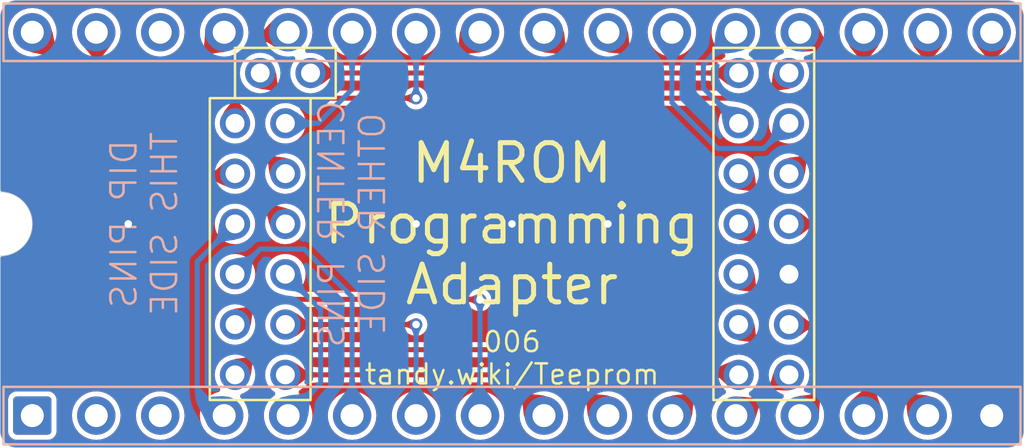
<source format=kicad_pcb>
(kicad_pcb (version 20221018) (generator pcbnew)
  (title_block (title "M4ROM_Programming_Adapter") (date "2023-12-30") (rev "006") (company "Brian White b.kenyon.w@gmail.com") (comment 1 "CC-BY-SA") (comment 2 "tandy.wiki/Teeprom"))
  (layers (0 "F.Cu" signal "Top") (31 "B.Cu" signal "Bottom") (34 "B.Paste" user) (35 "F.Paste" user) (36 "B.SilkS" user "B.Silkscreen") (37 "F.SilkS" user "F.Silkscreen") (38 "B.Mask" user) (39 "F.Mask" user) (44 "Edge.Cuts" user))
  (net 0 "")
  (net 1 "/D3")
  (net 2 "/A10")
  (net 3 "/D4")
  (net 4 "/A7")
  (net 5 "/D5")
  (net 6 "/A6")
  (net 7 "/D6")
  (net 8 "/A5")
  (net 9 "/D7")
  (net 10 "/A4")
  (net 11 "/A11")
  (net 12 "/A3")
  (net 13 "/~{OE}")
  (net 14 "/A2")
  (net 15 "/A13")
  (net 16 "/A1")
  (net 17 "/A0")
  (net 18 "/A12")
  (net 19 "/D0")
  (net 20 "/A9")
  (net 21 "/D1")
  (net 22 "/A8")
  (net 23 "/D2")
  (net 24 "/~{CE}")
  (net 25 "/A14")
  (net 26 "/~{WE}")
  (net 27 "VCC")
  (net 28 "GND")
  (footprint "000_LOCAL:4ROM_prog_male" (layer "F.Cu") (at 147.2184 99.187)
    (fp_text reference "J2" hide)
    (fp_text value "4ROM_prog_male")
    (fp_rect (start -12 7) (end -8 -5) (stroke (width 0.1)) (fill none) (layer "F.SilkS"))
    (fp_rect (start -11 -5) (end -7 -7) (stroke (width 0.1)) (fill none) (layer "F.SilkS"))
    (fp_rect (start 8 7) (end 12 -7) (stroke (width 0.1)) (fill none) (layer "F.SilkS"))
    (pad "1" thru_hole circle (at -8 -6) (size 1.2 1.2) (drill 0.75) (layers "*.Cu" "*.Mask") (net 11 "/A11"))
    (pad "2" thru_hole circle (at -10 -6) (size 1.2 1.2) (drill 0.75) (layers "*.Cu" "*.Mask") (net 20 "/A9"))
    (pad "3" thru_hole circle (at -9 -4) (size 1.2 1.2) (drill 0.75) (layers "*.Cu" "*.Mask") (net 22 "/A8"))
    (pad "4" thru_hole circle (at -11 -4) (size 1.2 1.2) (drill 0.75) (layers "*.Cu" "*.Mask") (net 15 "/A13"))
    (pad "5" thru_hole circle (at -9 -2) (size 1.2 1.2) (drill 0.75) (layers "*.Cu" "*.Mask") (net 25 "/A14"))
    (pad "6" thru_hole circle (at -11 -2) (size 1.2 1.2) (drill 0.75) (layers "*.Cu" "*.Mask") (net 26 "/~{WE}"))
    (pad "7" thru_hole circle (at -9 0) (size 1.2 1.2) (drill 0.75) (layers "*.Cu" "*.Mask") (net 27 "VCC"))
    (pad "8" thru_hole circle (at -11 0) (size 1.2 1.2) (drill 0.75) (layers "*.Cu" "*.Mask") (net 18 "/A12"))
    (pad "9" thru_hole circle (at -9 2) (size 1.2 1.2) (drill 0.75) (layers "*.Cu" "*.Mask") (net 4 "/A7"))
    (pad "10" thru_hole circle (at -11 2) (size 1.2 1.2) (drill 0.75) (layers "*.Cu" "*.Mask") (net 6 "/A6"))
    (pad "11" thru_hole circle (at -9 4) (size 1.2 1.2) (drill 0.75) (layers "*.Cu" "*.Mask") (net 8 "/A5"))
    (pad "12" thru_hole circle (at -11 4) (size 1.2 1.2) (drill 0.75) (layers "*.Cu" "*.Mask") (net 10 "/A4"))
    (pad "13" thru_hole circle (at -9 6) (size 1.2 1.2) (drill 0.75) (layers "*.Cu" "*.Mask") (net 12 "/A3"))
    (pad "14" thru_hole circle (at -11 6) (size 1.2 1.2) (drill 0.75) (layers "*.Cu" "*.Mask") (net 14 "/A2"))
    (pad "15" thru_hole circle (at 9 6) (size 1.2 1.2) (drill 0.75) (layers "*.Cu" "*.Mask") (net 16 "/A1"))
    (pad "16" thru_hole circle (at 11 6) (size 1.2 1.2) (drill 0.75) (layers "*.Cu" "*.Mask") (net 17 "/A0"))
    (pad "17" thru_hole circle (at 9 4) (size 1.2 1.2) (drill 0.75) (layers "*.Cu" "*.Mask") (net 19 "/D0"))
    (pad "18" thru_hole circle (at 11 4) (size 1.2 1.2) (drill 0.75) (layers "*.Cu" "*.Mask") (net 21 "/D1"))
    (pad "19" thru_hole circle (at 9 2) (size 1.2 1.2) (drill 0.75) (layers "*.Cu" "*.Mask") (net 23 "/D2"))
    (pad "20" thru_hole circle (at 11 2) (size 1.2 1.2) (drill 0.75) (layers "*.Cu" "*.Mask") (net 28 "GND"))
    (pad "21" thru_hole circle (at 9 0) (size 1.2 1.2) (drill 0.75) (layers "*.Cu" "*.Mask") (net 1 "/D3"))
    (pad "22" thru_hole circle (at 11 0) (size 1.2 1.2) (drill 0.75) (layers "*.Cu" "*.Mask") (net 3 "/D4"))
    (pad "23" thru_hole circle (at 9 -2) (size 1.2 1.2) (drill 0.75) (layers "*.Cu" "*.Mask") (net 5 "/D5"))
    (pad "24" thru_hole circle (at 11 -2) (size 1.2 1.2) (drill 0.75) (layers "*.Cu" "*.Mask") (net 7 "/D6"))
    (pad "25" thru_hole circle (at 9 -4) (size 1.2 1.2) (drill 0.75) (layers "*.Cu" "*.Mask") (net 9 "/D7"))
    (pad "26" thru_hole circle (at 11 -4) (size 1.2 1.2) (drill 0.75) (layers "*.Cu" "*.Mask") (net 24 "/~{CE}"))
    (pad "27" thru_hole circle (at 9 -6) (size 1.2 1.2) (drill 0.75) (layers "*.Cu" "*.Mask") (net 2 "/A10"))
    (pad "28" thru_hole circle (at 11 -6) (size 1.2 1.2) (drill 0.75) (layers "*.Cu" "*.Mask") (net 13 "/~{OE}"))
  )
  (footprint "000_LOCAL:DIP32_600_pcb" (layer "F.Cu") (at 147.2184 99.187 90)
    (fp_text reference "J1" hide)
    (fp_text value "29F010_PLCC_DIP")
    (fp_line (start -8.763 -20.193) (end -6.477 -20.193) (stroke (width 0.1)) (layer "B.SilkS"))
    (fp_line (start -8.763 20.193) (end -8.763 -20.193) (stroke (width 0.1)) (layer "B.SilkS"))
    (fp_line (start -6.477 -20.193) (end -6.477 20.193) (stroke (width 0.1)) (layer "B.SilkS"))
    (fp_line (start -6.477 20.193) (end -8.763 20.193) (stroke (width 0.1)) (layer "B.SilkS"))
    (fp_line (start 6.477 -20.193) (end 8.763 -20.193) (stroke (width 0.1)) (layer "B.SilkS"))
    (fp_line (start 6.477 20.193) (end 6.477 -20.193) (stroke (width 0.1)) (layer "B.SilkS"))
    (fp_line (start 8.763 -20.193) (end 8.763 20.193) (stroke (width 0.1)) (layer "B.SilkS"))
    (fp_line (start 8.763 20.193) (end 6.477 20.193) (stroke (width 0.1)) (layer "B.SilkS"))
    (fp_line (start -8.89 -19.685) (end -8.89 19.685) (stroke (width 0.0254)) (layer "Edge.Cuts"))
    (fp_line (start -8.255 20.32) (end 8.255 20.32) (stroke (width 0.0254)) (layer "Edge.Cuts"))
    (fp_line (start -1.27 -20.32) (end -8.255 -20.32) (stroke (width 0.0254)) (layer "Edge.Cuts"))
    (fp_line (start 8.255 -20.32) (end 1.27 -20.32) (stroke (width 0.0254)) (layer "Edge.Cuts"))
    (fp_line (start 8.89 19.685) (end 8.89 -19.685) (stroke (width 0.0254)) (layer "Edge.Cuts"))
    (fp_arc (start -8.89 -19.685) (mid -8.704013 -20.134013) (end -8.255 -20.32) (stroke (width 0.0254)) (layer "Edge.Cuts"))
    (fp_arc (start -8.255 20.32) (mid -8.704013 20.134013) (end -8.89 19.685) (stroke (width 0.0254)) (layer "Edge.Cuts"))
    (fp_arc (start 1.27 -20.32) (mid 0 -19.05) (end -1.27 -20.32) (stroke (width 0.0254)) (layer "Edge.Cuts"))
    (fp_arc (start 8.255 -20.32) (mid 8.704013 -20.134013) (end 8.89 -19.685) (stroke (width 0.0254)) (layer "Edge.Cuts"))
    (fp_arc (start 8.89 19.685) (mid 8.704013 20.134013) (end 8.255 20.32) (stroke (width 0.0254)) (layer "Edge.Cuts"))
    (pad "1" thru_hole roundrect (at -7.62 -19.05 270) (size 1.524 1.524) (drill 0.9144) (layers "*.Cu" "*.Mask") (roundrect_rratio 0.1))
    (pad "2" thru_hole circle (at -7.62 -16.51 270) (size 1.524 1.524) (drill 0.9144) (layers "*.Cu" "*.Mask"))
    (pad "3" thru_hole circle (at -7.62 -13.97 270) (size 1.524 1.524) (drill 0.9144) (layers "*.Cu" "*.Mask"))
    (pad "4" thru_hole circle (at -7.62 -11.43 270) (size 1.524 1.524) (drill 0.9144) (layers "*.Cu" "*.Mask") (net 18 "/A12"))
    (pad "5" thru_hole circle (at -7.62 -8.89 270) (size 1.524 1.524) (drill 0.9144) (layers "*.Cu" "*.Mask") (net 4 "/A7"))
    (pad "6" thru_hole circle (at -7.62 -6.35 270) (size 1.524 1.524) (drill 0.9144) (layers "*.Cu" "*.Mask") (net 6 "/A6"))
    (pad "7" thru_hole circle (at -7.62 -3.81 270) (size 1.524 1.524) (drill 0.9144) (layers "*.Cu" "*.Mask") (net 8 "/A5"))
    (pad "8" thru_hole circle (at -7.62 -1.27 270) (size 1.524 1.524) (drill 0.9144) (layers "*.Cu" "*.Mask") (net 10 "/A4"))
    (pad "9" thru_hole circle (at -7.62 1.27 270) (size 1.524 1.524) (drill 0.9144) (layers "*.Cu" "*.Mask") (net 12 "/A3"))
    (pad "10" thru_hole circle (at -7.62 3.81 270) (size 1.524 1.524) (drill 0.9144) (layers "*.Cu" "*.Mask") (net 14 "/A2"))
    (pad "11" thru_hole circle (at -7.62 6.35 270) (size 1.524 1.524) (drill 0.9144) (layers "*.Cu" "*.Mask") (net 16 "/A1"))
    (pad "12" thru_hole circle (at -7.62 8.89 270) (size 1.524 1.524) (drill 0.9144) (layers "*.Cu" "*.Mask") (net 17 "/A0"))
    (pad "13" thru_hole circle (at -7.62 11.43 270) (size 1.524 1.524) (drill 0.9144) (layers "*.Cu" "*.Mask") (net 19 "/D0"))
    (pad "14" thru_hole circle (at -7.62 13.97 270) (size 1.524 1.524) (drill 0.9144) (layers "*.Cu" "*.Mask") (net 21 "/D1"))
    (pad "15" thru_hole circle (at -7.62 16.51 270) (size 1.524 1.524) (drill 0.9144) (layers "*.Cu" "*.Mask") (net 23 "/D2"))
    (pad "16" thru_hole circle (at -7.62 19.05 270) (size 1.524 1.524) (drill 0.9144) (layers "*.Cu" "*.Mask") (net 28 "GND"))
    (pad "17" thru_hole circle (at 7.62 19.05 270) (size 1.524 1.524) (drill 0.9144) (layers "*.Cu" "*.Mask") (net 1 "/D3"))
    (pad "18" thru_hole circle (at 7.62 16.51 270) (size 1.524 1.524) (drill 0.9144) (layers "*.Cu" "*.Mask") (net 3 "/D4"))
    (pad "19" thru_hole circle (at 7.62 13.97 270) (size 1.524 1.524) (drill 0.9144) (layers "*.Cu" "*.Mask") (net 5 "/D5"))
    (pad "20" thru_hole circle (at 7.62 11.43 270) (size 1.524 1.524) (drill 0.9144) (layers "*.Cu" "*.Mask") (net 7 "/D6"))
    (pad "21" thru_hole circle (at 7.62 8.89 270) (size 1.524 1.524) (drill 0.9144) (layers "*.Cu" "*.Mask") (net 9 "/D7"))
    (pad "22" thru_hole circle (at 7.62 6.35 270) (size 1.524 1.524) (drill 0.9144) (layers "*.Cu" "*.Mask") (net 24 "/~{CE}"))
    (pad "23" thru_hole circle (at 7.62 3.81 270) (size 1.524 1.524) (drill 0.9144) (layers "*.Cu" "*.Mask") (net 2 "/A10"))
    (pad "24" thru_hole circle (at 7.62 1.27 270) (size 1.524 1.524) (drill 0.9144) (layers "*.Cu" "*.Mask") (net 13 "/~{OE}"))
    (pad "25" thru_hole circle (at 7.62 -1.27 270) (size 1.524 1.524) (drill 0.9144) (layers "*.Cu" "*.Mask") (net 11 "/A11"))
    (pad "26" thru_hole circle (at 7.62 -3.81 270) (size 1.524 1.524) (drill 0.9144) (layers "*.Cu" "*.Mask") (net 20 "/A9"))
    (pad "27" thru_hole circle (at 7.62 -6.35 270) (size 1.524 1.524) (drill 0.9144) (layers "*.Cu" "*.Mask") (net 22 "/A8"))
    (pad "28" thru_hole circle (at 7.62 -8.89 270) (size 1.524 1.524) (drill 0.9144) (layers "*.Cu" "*.Mask") (net 15 "/A13"))
    (pad "29" thru_hole circle (at 7.62 -11.43 270) (size 1.524 1.524) (drill 0.9144) (layers "*.Cu" "*.Mask") (net 25 "/A14"))
    (pad "30" thru_hole circle (at 7.62 -13.97 270) (size 1.524 1.524) (drill 0.9144) (layers "*.Cu" "*.Mask"))
    (pad "31" thru_hole circle (at 7.62 -16.51 270) (size 1.524 1.524) (drill 0.9144) (layers "*.Cu" "*.Mask") (net 26 "/~{WE}"))
    (pad "32" thru_hole circle (at 7.62 -19.05 270) (size 1.524 1.524) (drill 0.9144) (layers "*.Cu" "*.Mask") (net 27 "VCC"))
  )
  (gr_line (start 140.2184 94.187) (end 139.2184 94.187) (stroke (width 0.1)) (layer "F.SilkS"))
  (gr_text "CENTER PINS\nOTHER SIDE" (at 140.8684 99.187 90) (layer "B.SilkS") (effects (font (size 1 1) (thickness 0.1)) (justify mirror)))
  (gr_text "DIP PINS\nTHIS SIDE" (at 132.6134 99.187 90) (layer "B.SilkS") (effects (font (size 1 1) (thickness 0.1)) (justify mirror)))
  (gr_text "M4ROM\nProgramming\nAdapter" (at 147.2184 99.187) (layer "F.SilkS") (effects (font (size 1.5 1.5) (thickness 0.2))))
  (gr_text "${REVISION}\n${COMMENT2}" (at 147.2184 104.521) (layer "F.SilkS") (effects (font (size 0.8 0.8) (thickness 0.1))))
  (segment (start 160.4184 100.187) (end 157.2184 100.187) (width 0.2) (layer "F.Cu") (net 1))
  (segment (start 166.2684 91.567) (end 166.2684 94.337) (width 0.2) (layer "F.Cu") (net 1))
  (segment (start 157.2184 100.187) (end 156.2184 99.187) (width 0.2) (layer "F.Cu") (net 1))
  (segment (start 166.2684 94.337) (end 160.4184 100.187) (width 0.2) (layer "F.Cu") (net 1))
  (segment (start 156.2184 93.187) (end 152.6484 93.187) (width 0.2) (layer "F.Cu") (net 2))
  (segment (start 152.6484 93.187) (end 151.0284 91.567) (width 0.2) (layer "F.Cu") (net 2))
  (segment (start 159.7184 99.187) (end 158.2184 99.187) (width 0.2) (layer "F.Cu") (net 3))
  (segment (start 163.7284 91.567) (end 163.7284 95.177) (width 0.2) (layer "F.Cu") (net 3))
  (segment (start 163.7284 95.177) (end 159.7184 99.187) (width 0.2) (layer "F.Cu") (net 3))
  (segment (start 139.6184 102.587) (end 138.2184 101.187) (width 0.2) (layer "B.Cu") (net 4))
  (segment (start 139.6184 105.517) (end 139.6184 102.587) (width 0.2) (layer "B.Cu") (net 4))
  (segment (start 138.3284 106.807) (end 139.6184 105.517) (width 0.2) (layer "B.Cu") (net 4))
  (segment (start 157.2184 98.187) (end 159.0684 98.187) (width 0.2) (layer "F.Cu") (net 5))
  (segment (start 159.0684 98.187) (end 161.1884 96.067) (width 0.2) (layer "F.Cu") (net 5))
  (segment (start 161.1884 96.067) (end 161.1884 91.567) (width 0.2) (layer "F.Cu") (net 5))
  (segment (start 156.2184 97.187) (end 157.2184 98.187) (width 0.2) (layer "F.Cu") (net 5))
  (segment (start 140.8684 106.807) (end 140.8684 102.087) (width 0.2) (layer "B.Cu") (net 6))
  (segment (start 137.2184 100.187) (end 136.2184 101.187) (width 0.2) (layer "B.Cu") (net 6))
  (segment (start 138.9684 100.187) (end 137.2184 100.187) (width 0.2) (layer "B.Cu") (net 6))
  (segment (start 140.8684 102.087) (end 138.9684 100.187) (width 0.2) (layer "B.Cu") (net 6))
  (segment (start 159.7184 92.637) (end 158.6484 91.567) (width 0.2) (layer "F.Cu") (net 7))
  (segment (start 158.2184 97.187) (end 159.7184 95.687) (width 0.2) (layer "F.Cu") (net 7))
  (segment (start 159.7184 95.687) (end 159.7184 92.637) (width 0.2) (layer "F.Cu") (net 7))
  (segment (start 143.4084 103.187) (end 138.2184 103.187) (width 0.2) (layer "F.Cu") (net 8))
  (via (at 143.4084 103.187) (size 0.5) (drill 0.3) (layers "F.Cu" "B.Cu") (net 8))
  (segment (start 143.4084 106.807) (end 143.4084 103.187) (width 0.2) (layer "B.Cu") (net 8))
  (segment (start 154.8184 93.787) (end 156.2184 95.187) (width 0.2) (layer "B.Cu") (net 9))
  (segment (start 156.1084 91.567) (end 154.8184 92.857) (width 0.2) (layer "B.Cu") (net 9))
  (segment (start 154.8184 92.857) (end 154.8184 93.787) (width 0.2) (layer "B.Cu") (net 9))
  (segment (start 145.9284 102.187) (end 137.2184 102.187) (width 0.2) (layer "F.Cu") (net 10))
  (segment (start 145.9484 102.207) (end 145.9284 102.187) (width 0.2) (layer "F.Cu") (net 10))
  (segment (start 137.2184 102.187) (end 136.2184 103.187) (width 0.2) (layer "F.Cu") (net 10))
  (via (at 145.9484 102.207) (size 0.5) (drill 0.3) (layers "F.Cu" "B.Cu") (net 10))
  (segment (start 145.9484 102.207) (end 145.9484 106.807) (width 0.2) (layer "B.Cu") (net 10))
  (segment (start 139.2184 93.187) (end 144.3284 93.187) (width 0.2) (layer "F.Cu") (net 11))
  (segment (start 144.3284 93.187) (end 145.9484 91.567) (width 0.2) (layer "F.Cu") (net 11))
  (segment (start 138.2184 105.187) (end 146.8684 105.187) (width 0.2) (layer "F.Cu") (net 12))
  (segment (start 146.8684 105.187) (end 148.4884 106.807) (width 0.2) (layer "F.Cu") (net 12))
  (segment (start 157.2184 94.187) (end 151.1084 94.187) (width 0.2) (layer "F.Cu") (net 13))
  (segment (start 158.2184 93.187) (end 157.2184 94.187) (width 0.2) (layer "F.Cu") (net 13))
  (segment (start 151.1084 94.187) (end 148.4884 91.567) (width 0.2) (layer "F.Cu") (net 13))
  (segment (start 137.2184 104.187) (end 148.4084 104.187) (width 0.2) (layer "F.Cu") (net 14))
  (segment (start 148.4084 104.187) (end 151.0284 106.807) (width 0.2) (layer "F.Cu") (net 14))
  (segment (start 136.2184 105.187) (end 137.2184 104.187) (width 0.2) (layer "F.Cu") (net 14))
  (segment (start 136.2184 92.788) (end 136.2184 95.187) (width 0.2) (layer "F.Cu") (net 15))
  (segment (start 137.4394 91.567) (end 136.2184 92.788) (width 0.2) (layer "F.Cu") (net 15))
  (segment (start 138.3284 91.567) (end 137.4394 91.567) (width 0.2) (layer "F.Cu") (net 15))
  (segment (start 156.2184 105.187) (end 155.1884 105.187) (width 0.2) (layer "F.Cu") (net 16))
  (segment (start 155.1884 105.187) (end 153.5684 106.807) (width 0.2) (layer "F.Cu") (net 16))
  (segment (start 156.3984 106.807) (end 156.1084 106.807) (width 0.2) (layer "F.Cu") (net 17))
  (segment (start 158.2184 105.187) (end 158.0184 105.187) (width 0.2) (layer "F.Cu") (net 17))
  (segment (start 158.0184 105.187) (end 156.3984 106.807) (width 0.2) (layer "F.Cu") (net 17))
  (segment (start 134.7184 105.737) (end 134.7184 100.687) (width 0.2) (layer "B.Cu") (net 18))
  (segment (start 134.7184 100.687) (end 136.2184 99.187) (width 0.2) (layer "B.Cu") (net 18))
  (segment (start 135.7884 106.807) (end 134.7184 105.737) (width 0.2) (layer "B.Cu") (net 18))
  (segment (start 159.4184 104.737) (end 159.4184 106.037) (width 0.2) (layer "F.Cu") (net 19))
  (segment (start 157.2184 104.187) (end 158.8684 104.187) (width 0.2) (layer "F.Cu") (net 19))
  (segment (start 159.4184 106.037) (end 158.6484 106.807) (width 0.2) (layer "F.Cu") (net 19))
  (segment (start 156.2184 103.187) (end 157.2184 104.187) (width 0.2) (layer "F.Cu") (net 19))
  (segment (start 158.8684 104.187) (end 159.4184 104.737) (width 0.2) (layer "F.Cu") (net 19))
  (segment (start 138.2184 94.187) (end 143.4084 94.187) (width 0.2) (layer "F.Cu") (net 20))
  (segment (start 137.2184 93.187) (end 138.2184 94.187) (width 0.2) (layer "F.Cu") (net 20))
  (via (at 143.4084 94.187) (size 0.5) (drill 0.3) (layers "F.Cu" "B.Cu") (net 20))
  (segment (start 143.4084 94.187) (end 143.4084 91.567) (width 0.2) (layer "B.Cu") (net 20))
  (segment (start 159.0684 103.187) (end 161.1884 105.307) (width 0.2) (layer "F.Cu") (net 21))
  (segment (start 158.2184 103.187) (end 159.0684 103.187) (width 0.2) (layer "F.Cu") (net 21))
  (segment (start 161.1884 105.307) (end 161.1884 106.807) (width 0.2) (layer "F.Cu") (net 21))
  (segment (start 138.2184 95.187) (end 139.5184 95.187) (width 0.2) (layer "B.Cu") (net 22))
  (segment (start 140.8684 93.837) (end 140.8684 91.567) (width 0.2) (layer "B.Cu") (net 22))
  (segment (start 139.5184 95.187) (end 140.8684 93.837) (width 0.2) (layer "B.Cu") (net 22))
  (segment (start 159.1084 102.187) (end 157.2184 102.187) (width 0.2) (layer "F.Cu") (net 23))
  (segment (start 157.2184 102.187) (end 156.2184 101.187) (width 0.2) (layer "F.Cu") (net 23))
  (segment (start 163.7284 106.807) (end 159.1084 102.187) (width 0.2) (layer "F.Cu") (net 23))
  (segment (start 157.2184 96.187) (end 158.2184 95.187) (width 0.2) (layer "B.Cu") (net 24))
  (segment (start 153.5684 91.567) (end 153.5684 94.361) (width 0.2) (layer "B.Cu") (net 24))
  (segment (start 153.5684 94.361) (end 155.3944 96.187) (width 0.2) (layer "B.Cu") (net 24))
  (segment (start 155.3944 96.187) (end 157.2184 96.187) (width 0.2) (layer "B.Cu") (net 24))
  (segment (start 137.2184 96.187) (end 135.5684 96.187) (width 0.2) (layer "F.Cu") (net 25))
  (segment (start 138.2184 97.187) (end 137.2184 96.187) (width 0.2) (layer "F.Cu") (net 25))
  (segment (start 135.0184 95.637) (end 135.0184 92.337) (width 0.2) (layer "F.Cu") (net 25))
  (segment (start 135.0184 92.337) (end 135.7884 91.567) (width 0.2) (layer "F.Cu") (net 25))
  (segment (start 135.5684 96.187) (end 135.0184 95.637) (width 0.2) (layer "F.Cu") (net 25))
  (segment (start 135.2184 97.187) (end 130.7084 92.677) (width 0.2) (layer "F.Cu") (net 26))
  (segment (start 130.7084 92.677) (end 130.7084 91.567) (width 0.2) (layer "F.Cu") (net 26))
  (segment (start 136.2184 97.187) (end 135.2184 97.187) (width 0.2) (layer "F.Cu") (net 26))
  (segment (start 138.2184 99.187) (end 137.2184 98.187) (width 0.4) (layer "F.Cu") (net 27))
  (segment (start 134.7884 98.187) (end 128.1684 91.567) (width 0.4) (layer "F.Cu") (net 27))
  (segment (start 137.2184 98.187) (end 134.7884 98.187) (width 0.4) (layer "F.Cu") (net 27))
  (via (at 151.0284 99.187) (size 0.5) (drill 0.3) (layers "F.Cu" "B.Cu") (net 28))
  (via (at 147.2184 99.187) (size 0.5) (drill 0.3) (layers "F.Cu" "B.Cu") (net 28))
  (via (at 143.4084 99.187) (size 0.5) (drill 0.3) (layers "F.Cu" "B.Cu") (net 28))
  (via (at 131.9784 99.187) (size 0.5) (drill 0.3) (layers "F.Cu" "B.Cu") (net 28))
  (zone (net 28) (net_name "GND") (layer "F.Cu") (connect_pads yes (clearance 0.2)) (min_thickness 0.2) (fill yes (thermal_gap 0.2) (thermal_bridge_width 0.3) (smoothing fillet) (radius 0.1))
    (polygon (pts (xy 167.5384 90.297) (xy 167.5384 108.077) (xy 126.8984 108.077) (xy 126.8984 90.297)))
  )
  (zone (net 28) (net_name "GND") (layer "B.Cu") (connect_pads yes (clearance 0.2)) (min_thickness 0.2) (fill yes (thermal_gap 0.2) (thermal_bridge_width 0.3) (smoothing fillet) (radius 0.1))
    (polygon (pts (xy 167.5384 90.297) (xy 167.5384 108.077) (xy 126.8984 108.077) (xy 126.8984 90.297)))
  )
)
</source>
